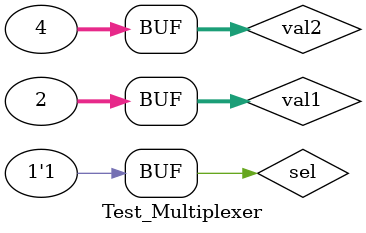
<source format=v>
`timescale 1ns / 1ps


module Test_Multiplexer;

	// Inputs
	reg [31:0] val1;
	reg [31:0] val2;
	reg sel;

	// Outputs
	wire [31:0] result;

	// Instantiate the Unit Under Test (UUT)
	Multiplexer_32bit uut (
		.val1(val1), 
		.val2(val2), 
		.sel(sel), 
		.result(result)
	);

	initial begin
		// Initialize Inputs
		val1 = 0;
		val2 = 0;
		sel = 0;

		// Wait 100 ns for global reset to finish
		#100;
        
		// Add stimulus here
		
		val1 = 1;
		val2 = 0;
		sel = 0;
		#100;
		
		val1 = 1;
		val2 = 1;
		sel = 0;
		#100;
		
		val1 = 0;
		val2 = 1;
		sel = 0;
		#100;
		
		val1 = 1;
		val2 = 0;
		sel = 1;
		#100;
		
		val1 = 0;
		val2 = 1;
		sel = 1;
		#100;

		val1 = 2;
		val2 = 4;
		sel = 1;
		#100;
		
	end
      
endmodule


</source>
